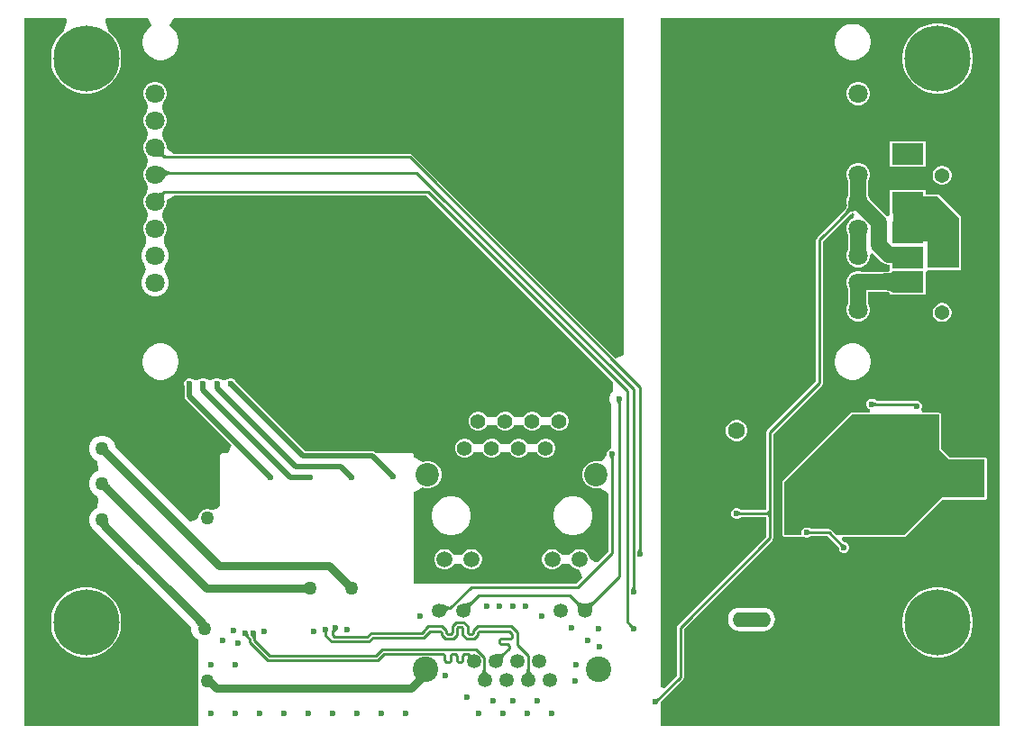
<source format=gbl>
G04*
G04 #@! TF.GenerationSoftware,Altium Limited,Altium Designer,21.9.2 (33)*
G04*
G04 Layer_Physical_Order=4*
G04 Layer_Color=16711680*
%FSLAX25Y25*%
%MOIN*%
G70*
G04*
G04 #@! TF.SameCoordinates,1A6DD151-CB10-4FFE-AF26-4EE6108A4869*
G04*
G04*
G04 #@! TF.FilePolarity,Positive*
G04*
G01*
G75*
%ADD14C,0.01000*%
%ADD15C,0.05906*%
%ADD74C,0.05906*%
%ADD76C,0.06299*%
%ADD86C,0.03150*%
%ADD88C,0.01968*%
%ADD92C,0.04724*%
%ADD93P,0.06681X4X180.0*%
%ADD94C,0.05315*%
%ADD95C,0.09449*%
%ADD96C,0.07087*%
%ADD97C,0.05400*%
%ADD98C,0.05512*%
%ADD99C,0.08661*%
%ADD100C,0.06300*%
%ADD101O,0.14173X0.05512*%
%ADD102O,0.05512X0.14173*%
%ADD103C,0.02362*%
%ADD104C,0.05000*%
%ADD105C,0.02402*%
%ADD107R,0.11811X0.07874*%
%ADD108C,0.24410*%
G36*
X222441Y138255D02*
X219531Y137050D01*
X148598Y207982D01*
Y207982D01*
X148598D01*
X144235Y212346D01*
X143809Y212630D01*
X143307Y212730D01*
X142551D01*
X56265D01*
X53465Y214450D01*
Y215590D01*
X53169Y216691D01*
X52599Y217679D01*
X52063Y218215D01*
X51917Y220020D01*
X52063Y221825D01*
X52599Y222361D01*
X53169Y223348D01*
X53465Y224450D01*
Y225590D01*
X53169Y226691D01*
X52599Y227679D01*
X52063Y228215D01*
X51917Y230020D01*
X52063Y231825D01*
X52599Y232361D01*
X53169Y233348D01*
X53465Y234450D01*
Y235590D01*
X53169Y236691D01*
X52599Y237679D01*
X51793Y238485D01*
X50805Y239055D01*
X49704Y239350D01*
X48564D01*
X47462Y239055D01*
X46475Y238485D01*
X45668Y237679D01*
X45098Y236691D01*
X44803Y235590D01*
Y234450D01*
X45098Y233348D01*
X45668Y232361D01*
X46204Y231825D01*
X46350Y230020D01*
X46204Y228215D01*
X45668Y227679D01*
X45098Y226691D01*
X44803Y225590D01*
Y224450D01*
X45098Y223348D01*
X45668Y222361D01*
X46204Y221825D01*
X46350Y220020D01*
X46204Y218215D01*
X45668Y217679D01*
X45098Y216691D01*
X44803Y215590D01*
Y214450D01*
X45098Y213348D01*
X45668Y212361D01*
X46204Y211825D01*
X46350Y210020D01*
X46204Y208215D01*
X45668Y207679D01*
X45098Y206691D01*
X44803Y205590D01*
Y204450D01*
X45098Y203348D01*
X45668Y202361D01*
X46204Y201825D01*
X46350Y200020D01*
X46204Y198215D01*
X45668Y197679D01*
X45098Y196691D01*
X44803Y195590D01*
Y194450D01*
X45098Y193348D01*
X45668Y192361D01*
X46204Y191825D01*
X46350Y190020D01*
X46204Y188215D01*
X45668Y187679D01*
X45098Y186691D01*
X44803Y185590D01*
Y184450D01*
X45098Y183348D01*
X45580Y182514D01*
X45677Y182277D01*
X45908Y179949D01*
X45409Y178533D01*
X45038Y178162D01*
X44365Y176995D01*
X44016Y175694D01*
Y174346D01*
X44365Y173044D01*
X45038Y171877D01*
X45679Y170020D01*
X45038Y168162D01*
X44365Y166995D01*
X44016Y165693D01*
Y164346D01*
X44365Y163044D01*
X45038Y161877D01*
X45991Y160924D01*
X47158Y160250D01*
X48460Y159902D01*
X49808D01*
X51109Y160250D01*
X52276Y160924D01*
X53229Y161877D01*
X53903Y163044D01*
X54252Y164346D01*
Y165693D01*
X53903Y166995D01*
X53229Y168162D01*
X52588Y170020D01*
X53229Y171877D01*
X53903Y173044D01*
X54252Y174346D01*
Y175694D01*
X53903Y176995D01*
X53229Y178162D01*
X52859Y178533D01*
X52359Y179949D01*
X52591Y182277D01*
X52688Y182514D01*
X53169Y183348D01*
X53465Y184450D01*
Y185590D01*
X53169Y186691D01*
X52599Y187679D01*
X52063Y188215D01*
X51917Y190020D01*
X52063Y191825D01*
X52599Y192361D01*
X53169Y193348D01*
X53465Y194450D01*
Y195590D01*
X56317Y197113D01*
X149456D01*
X149981Y196588D01*
X218375Y128194D01*
X218458Y127960D01*
X218584Y124840D01*
X217924Y124180D01*
X217458Y123373D01*
X217216Y122471D01*
Y121538D01*
X217458Y120637D01*
X217873Y119919D01*
Y103698D01*
X217719Y103543D01*
X217719Y103543D01*
X217160Y103312D01*
X216995Y103244D01*
Y103244D01*
X216441Y102690D01*
X216142Y101966D01*
X216142Y101966D01*
X216142Y101183D01*
X214688Y99260D01*
X214662Y99237D01*
X213648Y98825D01*
X212938Y99016D01*
X211590D01*
X210288Y98667D01*
X209121Y97993D01*
X208168Y97040D01*
X207494Y95873D01*
X207146Y94571D01*
Y93224D01*
X207494Y91922D01*
X208168Y90755D01*
X209121Y89802D01*
X210288Y89128D01*
X211590Y88779D01*
X212938D01*
X213648Y88970D01*
X215510Y88056D01*
X216798Y86968D01*
Y65504D01*
X212763Y61470D01*
X211822Y61668D01*
X209744Y62905D01*
Y63091D01*
X209489Y64042D01*
X208997Y64895D01*
X208300Y65591D01*
X207448Y66084D01*
X206496Y66339D01*
X205511D01*
X204560Y66084D01*
X203707Y65591D01*
X203035Y64944D01*
X202261Y64199D01*
X199708D01*
X198934Y64944D01*
X198261Y65591D01*
X197408Y66084D01*
X196457Y66339D01*
X195472D01*
X194521Y66084D01*
X193668Y65591D01*
X192972Y64895D01*
X192479Y64042D01*
X192224Y63091D01*
Y62106D01*
X192479Y61155D01*
X192972Y60302D01*
X193668Y59606D01*
X194521Y59113D01*
X195472Y58858D01*
X196457D01*
X197408Y59113D01*
X198261Y59606D01*
X198934Y60253D01*
X199708Y60998D01*
X202261D01*
X203035Y60253D01*
X203707Y59606D01*
X204560Y59113D01*
X205511Y58858D01*
X205697D01*
X206934Y56780D01*
X207133Y55840D01*
X204968Y53675D01*
X166053D01*
X165551Y53575D01*
X165504Y53543D01*
X144897D01*
Y87440D01*
X144981Y87544D01*
X147965Y89128D01*
X149267Y88779D01*
X150615D01*
X151917Y89128D01*
X153084Y89802D01*
X154036Y90755D01*
X154710Y91922D01*
X155059Y93224D01*
Y94571D01*
X154710Y95873D01*
X154036Y97040D01*
X153084Y97993D01*
X151917Y98667D01*
X150615Y99016D01*
X149267D01*
X147965Y98667D01*
X144981Y100251D01*
X144897Y100355D01*
Y101083D01*
X144836Y101390D01*
X144662Y101650D01*
X144402Y101824D01*
X144095Y101885D01*
X130984D01*
X130805Y102065D01*
X130219Y102456D01*
X129528Y102594D01*
X104685D01*
X81865Y125414D01*
X81865Y125414D01*
X78996Y128283D01*
X78834Y128674D01*
X78834Y128674D01*
X78406Y129102D01*
X78280Y129228D01*
X78280D01*
X77557Y129527D01*
X77557Y129528D01*
X77557Y129528D01*
X76774Y129528D01*
X76774Y129528D01*
X76050Y129228D01*
X74606Y128885D01*
X73162Y129228D01*
X73148Y129234D01*
X72439Y129528D01*
X72261Y129528D01*
X71656Y129528D01*
X71491Y129459D01*
X70932Y129228D01*
X69488Y128885D01*
X68044Y129228D01*
X68030Y129234D01*
X67321Y129528D01*
X67142Y129528D01*
X66538Y129528D01*
X66373Y129459D01*
X65814Y129228D01*
X64370Y128885D01*
X62926Y129228D01*
X62203Y129528D01*
X62203Y129528D01*
X62024D01*
X62024D01*
X61419Y129528D01*
X61419Y129528D01*
X61255Y129459D01*
X61255D01*
X60696Y129228D01*
X60696D01*
X60696Y129228D01*
X60142Y128674D01*
X60142Y128674D01*
X59843Y127951D01*
X59842Y127951D01*
X59842Y127772D01*
X59842Y127772D01*
X59842Y127168D01*
X59842Y127167D01*
X59911Y127003D01*
Y127003D01*
X60005Y126776D01*
X60005Y126365D01*
Y122835D01*
X60142Y122143D01*
X60534Y121557D01*
X77296Y104795D01*
X76090Y101885D01*
X74016D01*
X73708Y101824D01*
X73448Y101650D01*
X73274Y101390D01*
X73213Y101083D01*
Y82347D01*
X71751Y81389D01*
X70063Y80848D01*
X69773Y81016D01*
X68937Y81240D01*
X68071D01*
X67235Y81016D01*
X66485Y80583D01*
X65873Y79971D01*
X65441Y79222D01*
X65216Y78386D01*
Y77924D01*
X64230Y77162D01*
X62245Y76442D01*
X34348Y104338D01*
X34058Y105420D01*
X33418Y106529D01*
X32513Y107434D01*
X31404Y108074D01*
X30168Y108405D01*
X28887D01*
X27651Y108074D01*
X26542Y107434D01*
X25637Y106529D01*
X24997Y105420D01*
X24665Y104183D01*
Y102903D01*
X24997Y101667D01*
X25637Y100558D01*
X26542Y99653D01*
X27651Y99013D01*
X28089Y95703D01*
X27862Y95139D01*
X27651Y95082D01*
X26542Y94442D01*
X25637Y93537D01*
X24997Y92428D01*
X24665Y91191D01*
Y89911D01*
X24997Y88674D01*
X25637Y87566D01*
X26542Y86660D01*
X27651Y86020D01*
X28016Y84792D01*
X27651Y81696D01*
X26542Y81056D01*
X25637Y80151D01*
X24997Y79042D01*
X24665Y77806D01*
Y76525D01*
X24997Y75289D01*
X25637Y74180D01*
X26542Y73275D01*
X27112Y72946D01*
X27645Y72251D01*
X62461Y37435D01*
Y36368D01*
X62792Y35131D01*
X63432Y34022D01*
X64337Y33117D01*
X64961Y32757D01*
Y803D01*
X803Y803D01*
X803Y262977D01*
X16003D01*
X16390Y262463D01*
X16508Y261537D01*
X15606Y258267D01*
X15158Y257941D01*
X13712Y256495D01*
X12510Y254841D01*
X11582Y253019D01*
X10950Y251074D01*
X10630Y249054D01*
Y247009D01*
X10950Y244989D01*
X11582Y243044D01*
X12510Y241222D01*
X13712Y239568D01*
X15158Y238122D01*
X16813Y236920D01*
X18635Y235991D01*
X20580Y235359D01*
X22600Y235039D01*
X24645D01*
X26664Y235359D01*
X28609Y235991D01*
X30431Y236920D01*
X32086Y238122D01*
X33532Y239568D01*
X34734Y241222D01*
X35662Y243044D01*
X36294Y244989D01*
X36614Y247009D01*
Y249054D01*
X36294Y251074D01*
X35662Y253019D01*
X34734Y254841D01*
X33532Y256495D01*
X32086Y257941D01*
X31638Y258267D01*
X30736Y261537D01*
X30854Y262463D01*
X31241Y262977D01*
X46300D01*
X47847Y260158D01*
X47802Y259827D01*
X46915Y259234D01*
X45982Y258302D01*
X45250Y257206D01*
X44745Y255988D01*
X44488Y254695D01*
Y253376D01*
X44745Y252083D01*
X45250Y250865D01*
X45982Y249769D01*
X46915Y248837D01*
X48011Y248104D01*
X49229Y247600D01*
X50522Y247342D01*
X51840D01*
X53133Y247600D01*
X54351Y248104D01*
X55448Y248837D01*
X56380Y249769D01*
X57112Y250865D01*
X57617Y252083D01*
X57874Y253376D01*
Y254695D01*
X57617Y255988D01*
X57112Y257206D01*
X56380Y258302D01*
X55448Y259234D01*
X54560Y259827D01*
X54515Y260158D01*
X56062Y262977D01*
X222441D01*
Y138255D01*
D02*
G37*
G36*
X52505Y213856D02*
X52468Y213578D01*
X52457Y213312D01*
X52471Y213057D01*
X52510Y212814D01*
X52575Y212582D01*
X52666Y212362D01*
X52781Y212153D01*
X52923Y211956D01*
X53090Y211771D01*
X52383Y211064D01*
X52197Y211231D01*
X52000Y211372D01*
X51792Y211488D01*
X51572Y211578D01*
X51340Y211643D01*
X51097Y211683D01*
X50842Y211697D01*
X50576Y211685D01*
X50298Y211648D01*
X50008Y211586D01*
X52568Y214145D01*
X52505Y213856D01*
D02*
G37*
G36*
X51625Y207615D02*
X53269Y206643D01*
X53600Y206486D01*
X53898Y206365D01*
X54163Y206278D01*
X54397Y206226D01*
X54598Y206209D01*
X54798Y205209D01*
X54536Y205187D01*
X54272Y205123D01*
X54007Y205017D01*
X53740Y204868D01*
X53470Y204676D01*
X53200Y204442D01*
X52927Y204165D01*
X52653Y203846D01*
X52376Y203483D01*
X52098Y203079D01*
X51134Y207945D01*
X51625Y207615D01*
D02*
G37*
G36*
X52893Y198072D02*
X52743Y197908D01*
X52617Y197740D01*
X52514Y197567D01*
X52435Y197391D01*
X52380Y197210D01*
X52348Y197026D01*
X52340Y196836D01*
X52356Y196643D01*
X52396Y196446D01*
X52459Y196245D01*
X50359Y198345D01*
X50560Y198281D01*
X50757Y198242D01*
X50951Y198226D01*
X51140Y198234D01*
X51324Y198266D01*
X51505Y198321D01*
X51682Y198400D01*
X51854Y198502D01*
X52022Y198629D01*
X52186Y198779D01*
X52893Y198072D01*
D02*
G37*
G36*
X309136Y192067D02*
X308672Y192030D01*
X308568Y192007D01*
X309098Y191477D01*
X308563Y191474D01*
X307610Y191417D01*
X307192Y191363D01*
X306813Y191292D01*
X306746Y191274D01*
X306541Y191158D01*
X305939Y190758D01*
X305309Y190286D01*
X303967Y189123D01*
X303254Y188433D01*
X302547Y189140D01*
X303237Y189852D01*
X304400Y191195D01*
X304872Y191825D01*
X305272Y192427D01*
X305389Y192632D01*
X305406Y192699D01*
X305477Y193078D01*
X305531Y193496D01*
X305588Y194449D01*
X305591Y194984D01*
X306121Y194454D01*
X306144Y194558D01*
X306181Y195022D01*
X309136Y192067D01*
D02*
G37*
G36*
X346457Y188976D02*
Y170472D01*
X334646D01*
Y180315D01*
X322047D01*
Y196850D01*
X338583D01*
X346457Y188976D01*
D02*
G37*
G36*
X361402Y803D02*
X236221Y803D01*
Y9955D01*
X244235Y17969D01*
X244520Y18395D01*
X244620Y18898D01*
Y36858D01*
X277306Y69544D01*
X277591Y69970D01*
X277691Y70472D01*
Y79528D01*
Y108905D01*
X295810Y127025D01*
X296095Y127450D01*
X296195Y127953D01*
Y180224D01*
X306355Y190385D01*
X306825Y190697D01*
X306947Y190766D01*
X307091Y190793D01*
X307573Y190457D01*
X307707Y190289D01*
X307530Y189395D01*
X307398Y189018D01*
X306475Y188485D01*
X305668Y187679D01*
X305098Y186691D01*
X304803Y185590D01*
Y184450D01*
X305098Y183348D01*
X305361Y182892D01*
Y177147D01*
X305098Y176691D01*
X304803Y175590D01*
Y174450D01*
X305098Y173348D01*
X305668Y172361D01*
X306475Y171554D01*
X307462Y170984D01*
X308564Y170689D01*
X309704D01*
X310806Y170984D01*
X311793Y171554D01*
X312599Y172361D01*
X313169Y173348D01*
X313465Y174450D01*
Y175312D01*
X314173Y175751D01*
X314599Y175848D01*
X317721Y172726D01*
X318502Y172127D01*
X319412Y171750D01*
X320389Y171621D01*
X320866D01*
Y169209D01*
X320574Y169109D01*
X320166Y169018D01*
X310870D01*
X310806Y169055D01*
X309704Y169350D01*
X308564D01*
X307462Y169055D01*
X306475Y168485D01*
X305668Y167679D01*
X305098Y166691D01*
X304803Y165590D01*
Y164450D01*
X305098Y163348D01*
X305361Y162892D01*
Y157147D01*
X305098Y156691D01*
X304803Y155590D01*
Y154450D01*
X305098Y153348D01*
X305668Y152361D01*
X306475Y151554D01*
X307462Y150984D01*
X308564Y150689D01*
X309704D01*
X310806Y150984D01*
X311793Y151554D01*
X312599Y152361D01*
X313169Y153348D01*
X313465Y154450D01*
Y155590D01*
X313169Y156691D01*
X312906Y157147D01*
Y161473D01*
X320491D01*
X320602Y161453D01*
X320866Y161382D01*
Y160630D01*
X334252D01*
Y168544D01*
X334646Y169670D01*
X346457D01*
X346764Y169731D01*
X347024Y169905D01*
X347198Y170165D01*
X347259Y170472D01*
Y188976D01*
X347198Y189284D01*
X347024Y189544D01*
X339150Y197418D01*
X338890Y197592D01*
X338583Y197653D01*
X334252D01*
Y199213D01*
X320866D01*
Y190072D01*
X319769Y189561D01*
X319597Y189786D01*
X313345Y196038D01*
X313169Y196691D01*
X312906Y197147D01*
Y202892D01*
X313169Y203348D01*
X313465Y204450D01*
Y205590D01*
X313169Y206691D01*
X312599Y207679D01*
X311793Y208485D01*
X310806Y209055D01*
X309704Y209350D01*
X308564D01*
X307462Y209055D01*
X306475Y208485D01*
X305668Y207679D01*
X305098Y206691D01*
X304803Y205590D01*
Y204450D01*
X305098Y203348D01*
X305361Y202892D01*
Y197147D01*
X305098Y196691D01*
X304803Y195590D01*
Y194450D01*
X305001Y193709D01*
X304992Y193547D01*
X304942Y193163D01*
X304880Y192833D01*
X304811Y192710D01*
X304499Y192241D01*
X293954Y181696D01*
X293669Y181270D01*
X293569Y180768D01*
Y128497D01*
X275450Y110377D01*
X275165Y109951D01*
X275065Y109449D01*
Y80840D01*
X265645D01*
X265288Y81196D01*
X264565Y81496D01*
X263782D01*
X263058Y81196D01*
X262504Y80643D01*
X262205Y79919D01*
Y79136D01*
X262504Y78412D01*
X263058Y77859D01*
X263782Y77559D01*
X264565D01*
X265288Y77859D01*
X265645Y78215D01*
X275065D01*
Y71016D01*
X242379Y38330D01*
X242094Y37904D01*
X241995Y37402D01*
Y19441D01*
X237312Y14759D01*
X236221Y15211D01*
Y262977D01*
X361402D01*
X361402Y803D01*
D02*
G37*
G36*
X321666Y161429D02*
X321606Y161593D01*
X321429Y161740D01*
X321134Y161870D01*
X320721Y161982D01*
X320189Y162077D01*
X319540Y162155D01*
X317886Y162258D01*
X315760Y162293D01*
Y168199D01*
X316882Y168209D01*
X320189Y168469D01*
X320721Y168588D01*
X321134Y168728D01*
X321429Y168890D01*
X321606Y169074D01*
X321666Y169279D01*
Y161429D01*
D02*
G37*
G36*
X221525Y121094D02*
X221469Y121021D01*
X221420Y120943D01*
X221377Y120858D01*
X221341Y120767D01*
X221312Y120671D01*
X221289Y120569D01*
X221273Y120460D01*
X221263Y120346D01*
X221260Y120226D01*
X220260D01*
X220257Y120346D01*
X220247Y120460D01*
X220230Y120569D01*
X220208Y120671D01*
X220178Y120767D01*
X220142Y120858D01*
X220100Y120943D01*
X220051Y121021D01*
X219995Y121094D01*
X219933Y121161D01*
X221587D01*
X221525Y121094D01*
D02*
G37*
G36*
X32037Y103461D02*
X32068Y103388D01*
X32121Y103299D01*
X32194Y103193D01*
X32288Y103072D01*
X32540Y102781D01*
X33075Y102223D01*
X30848Y99996D01*
X30646Y100196D01*
X29877Y100877D01*
X29772Y100950D01*
X29683Y101002D01*
X29610Y101033D01*
X29553Y101043D01*
X32027Y103518D01*
X32037Y103461D01*
D02*
G37*
G36*
X218875Y100664D02*
X218819Y100591D01*
X218770Y100513D01*
X218728Y100428D01*
X218692Y100337D01*
X218663Y100241D01*
X218640Y100138D01*
X218623Y100030D01*
X218614Y99916D01*
X218610Y99796D01*
X217610D01*
X217607Y99916D01*
X217597Y100030D01*
X217581Y100138D01*
X217558Y100241D01*
X217529Y100337D01*
X217493Y100428D01*
X217450Y100513D01*
X217401Y100591D01*
X217346Y100664D01*
X217284Y100731D01*
X218937D01*
X218875Y100664D01*
D02*
G37*
G36*
X32037Y90469D02*
X32068Y90396D01*
X32121Y90307D01*
X32194Y90201D01*
X32288Y90080D01*
X32540Y89789D01*
X33075Y89231D01*
X30848Y87004D01*
X30646Y87203D01*
X29877Y87885D01*
X29772Y87958D01*
X29683Y88010D01*
X29610Y88041D01*
X29553Y88051D01*
X32027Y90526D01*
X32037Y90469D01*
D02*
G37*
G36*
X265084Y80292D02*
X265157Y80237D01*
X265235Y80188D01*
X265320Y80145D01*
X265411Y80109D01*
X265507Y80080D01*
X265610Y80057D01*
X265718Y80041D01*
X265832Y80031D01*
X265952Y80028D01*
Y79028D01*
X265832Y79024D01*
X265718Y79014D01*
X265610Y78998D01*
X265507Y78975D01*
X265411Y78946D01*
X265320Y78910D01*
X265235Y78867D01*
X265157Y78818D01*
X265084Y78763D01*
X265017Y78701D01*
Y80354D01*
X265084Y80292D01*
D02*
G37*
G36*
X276878Y79528D02*
X275878Y78028D01*
X275868Y78218D01*
X275838Y78388D01*
X275788Y78538D01*
X275718Y78668D01*
X275628Y78778D01*
X275518Y78868D01*
X275388Y78938D01*
X275238Y78988D01*
X275068Y79018D01*
X274878Y79028D01*
Y80028D01*
X275068Y80038D01*
X275238Y80068D01*
X275388Y80118D01*
X275518Y80188D01*
X275628Y80278D01*
X275718Y80388D01*
X275788Y80518D01*
X275838Y80668D01*
X275868Y80838D01*
X275878Y81028D01*
X276878Y79528D01*
D02*
G37*
G36*
X31863Y76235D02*
X31874Y76148D01*
X31909Y76047D01*
X31966Y75932D01*
X32047Y75802D01*
X32151Y75659D01*
X32429Y75327D01*
X32800Y74939D01*
X30550Y72734D01*
X28716Y74801D01*
X31876Y76307D01*
X31863Y76235D01*
D02*
G37*
G36*
X228850Y66226D02*
X228859Y66111D01*
X228876Y66003D01*
X228899Y65901D01*
X228928Y65804D01*
X228964Y65714D01*
X229007Y65629D01*
X229056Y65550D01*
X229111Y65477D01*
X229173Y65410D01*
X227520D01*
X227582Y65477D01*
X227637Y65550D01*
X227686Y65629D01*
X227729Y65714D01*
X227765Y65804D01*
X227794Y65901D01*
X227817Y66003D01*
X227833Y66111D01*
X227843Y66226D01*
X227847Y66346D01*
X228847D01*
X228850Y66226D01*
D02*
G37*
G36*
X226488Y52380D02*
X226499Y52267D01*
X226518Y52161D01*
X226544Y52062D01*
X226577Y51970D01*
X226618Y51886D01*
X226667Y51809D01*
X226723Y51739D01*
X226786Y51677D01*
X226857Y51622D01*
X225227Y51339D01*
X225276Y51413D01*
X225320Y51492D01*
X225358Y51577D01*
X225392Y51666D01*
X225420Y51760D01*
X225443Y51859D01*
X225461Y51964D01*
X225474Y52074D01*
X225484Y52308D01*
X226484Y52501D01*
X226488Y52380D01*
D02*
G37*
G36*
X211437Y46320D02*
X211306Y46170D01*
X211190Y45996D01*
X211087Y45798D01*
X210999Y45575D01*
X210925Y45328D01*
X210865Y45057D01*
X210820Y44761D01*
X210788Y44441D01*
X210768Y43727D01*
X208137Y46358D01*
X208506Y46361D01*
X209170Y46410D01*
X209466Y46456D01*
X209737Y46516D01*
X209984Y46590D01*
X210207Y46678D01*
X210406Y46780D01*
X210580Y46897D01*
X210730Y47027D01*
X211437Y46320D01*
D02*
G37*
G36*
X205641Y46897D02*
X205815Y46780D01*
X206013Y46678D01*
X206236Y46590D01*
X206483Y46516D01*
X206755Y46456D01*
X207050Y46410D01*
X207370Y46379D01*
X208084Y46358D01*
X205453Y43727D01*
X205450Y44096D01*
X205401Y44761D01*
X205355Y45057D01*
X205295Y45328D01*
X205221Y45575D01*
X205133Y45798D01*
X205031Y45996D01*
X204914Y46170D01*
X204784Y46320D01*
X205491Y47027D01*
X205641Y46897D01*
D02*
G37*
G36*
X166437Y46320D02*
X166306Y46170D01*
X166190Y45996D01*
X166087Y45798D01*
X165999Y45575D01*
X165925Y45328D01*
X165866Y45057D01*
X165820Y44761D01*
X165788Y44441D01*
X165768Y43727D01*
X163137Y46358D01*
X163506Y46361D01*
X164170Y46410D01*
X164466Y46456D01*
X164737Y46516D01*
X164985Y46590D01*
X165207Y46678D01*
X165406Y46780D01*
X165580Y46897D01*
X165730Y47027D01*
X166437Y46320D01*
D02*
G37*
G36*
X155676Y45884D02*
X157222Y45226D01*
X157449Y45155D01*
X157650Y45105D01*
X157824Y45074D01*
X157970Y45064D01*
X158255Y44064D01*
X158050Y44049D01*
X157851Y44004D01*
X157658Y43929D01*
X157472Y43823D01*
X157293Y43688D01*
X157120Y43522D01*
X156954Y43326D01*
X156794Y43100D01*
X156641Y42844D01*
X156494Y42558D01*
X155285Y46077D01*
X155676Y45884D01*
D02*
G37*
G36*
X68134Y39373D02*
X64975Y37867D01*
X64987Y37939D01*
X64976Y38025D01*
X64942Y38126D01*
X64884Y38241D01*
X64803Y38371D01*
X64699Y38515D01*
X64421Y38846D01*
X64051Y39234D01*
X66300Y41439D01*
X68134Y39373D01*
D02*
G37*
G36*
X225369Y38399D02*
X225457Y38325D01*
X225545Y38260D01*
X225634Y38204D01*
X225723Y38156D01*
X225812Y38118D01*
X225902Y38088D01*
X225992Y38067D01*
X226083Y38055D01*
X226174Y38051D01*
X225005Y36882D01*
X225002Y36973D01*
X224989Y37064D01*
X224968Y37154D01*
X224939Y37244D01*
X224900Y37334D01*
X224852Y37423D01*
X224796Y37511D01*
X224731Y37599D01*
X224658Y37687D01*
X224575Y37774D01*
X225282Y38481D01*
X225369Y38399D01*
D02*
G37*
G36*
X116149Y36046D02*
X116065Y36024D01*
X115981Y35996D01*
X115897Y35961D01*
X115812Y35918D01*
X115727Y35870D01*
X115642Y35814D01*
X115556Y35751D01*
X115384Y35605D01*
X115298Y35522D01*
X114412Y36050D01*
X114495Y36139D01*
X114567Y36227D01*
X114628Y36315D01*
X114678Y36403D01*
X114717Y36491D01*
X114746Y36578D01*
X114763Y36666D01*
X114770Y36753D01*
X114766Y36841D01*
X114751Y36928D01*
X116149Y36046D01*
D02*
G37*
G36*
X112949Y35985D02*
X112909Y35906D01*
X112874Y35821D01*
X112844Y35732D01*
X112819Y35637D01*
X112798Y35537D01*
X112782Y35432D01*
X112763Y35208D01*
X112761Y35088D01*
X111761Y34835D01*
X111757Y34956D01*
X111745Y35069D01*
X111726Y35175D01*
X111700Y35272D01*
X111665Y35362D01*
X111624Y35444D01*
X111574Y35519D01*
X111517Y35585D01*
X111452Y35644D01*
X111380Y35695D01*
X112993Y36060D01*
X112949Y35985D01*
D02*
G37*
G36*
X83734Y34741D02*
X83730Y34653D01*
X83736Y34566D01*
X83754Y34478D01*
X83783Y34391D01*
X83822Y34303D01*
X83872Y34215D01*
X83933Y34127D01*
X84005Y34039D01*
X84088Y33950D01*
X83202Y33422D01*
X83116Y33505D01*
X82944Y33651D01*
X82858Y33714D01*
X82773Y33770D01*
X82688Y33818D01*
X82603Y33860D01*
X82519Y33896D01*
X82435Y33924D01*
X82351Y33946D01*
X83749Y34828D01*
X83734Y34741D01*
D02*
G37*
G36*
X86411Y34385D02*
X86371Y34306D01*
X86336Y34221D01*
X86306Y34132D01*
X86281Y34037D01*
X86260Y33937D01*
X86244Y33832D01*
X86225Y33608D01*
X86223Y33488D01*
X85223Y33235D01*
X85219Y33356D01*
X85208Y33469D01*
X85189Y33575D01*
X85162Y33672D01*
X85128Y33762D01*
X85086Y33844D01*
X85036Y33919D01*
X84979Y33985D01*
X84914Y34044D01*
X84842Y34095D01*
X86455Y34460D01*
X86411Y34385D01*
D02*
G37*
G36*
X165217Y27723D02*
X165350Y27613D01*
X165482Y27520D01*
X165614Y27443D01*
X165744Y27384D01*
X165873Y27340D01*
X166001Y27314D01*
X166128Y27305D01*
X166254Y27312D01*
X166378Y27336D01*
X164684Y25979D01*
X164733Y26092D01*
X164764Y26206D01*
X164778Y26321D01*
X164774Y26436D01*
X164752Y26552D01*
X164712Y26669D01*
X164654Y26786D01*
X164579Y26904D01*
X164486Y27023D01*
X164375Y27143D01*
X165082Y27850D01*
X165217Y27723D01*
D02*
G37*
G36*
X178405Y27383D02*
X178275Y27233D01*
X178158Y27059D01*
X178056Y26861D01*
X177968Y26638D01*
X177894Y26391D01*
X177834Y26120D01*
X177788Y25824D01*
X177757Y25504D01*
X177736Y24790D01*
X175105Y27421D01*
X175474Y27424D01*
X176139Y27473D01*
X176434Y27519D01*
X176706Y27579D01*
X176953Y27653D01*
X177176Y27741D01*
X177374Y27843D01*
X177548Y27960D01*
X177698Y28090D01*
X178405Y27383D01*
D02*
G37*
G36*
X187640Y21762D02*
X187680Y21557D01*
X187748Y21344D01*
X187844Y21124D01*
X187966Y20897D01*
X188116Y20663D01*
X188293Y20421D01*
X188496Y20173D01*
X188986Y19654D01*
X185266D01*
X185524Y19917D01*
X185959Y20421D01*
X186136Y20663D01*
X186286Y20897D01*
X186408Y21124D01*
X186504Y21344D01*
X186572Y21557D01*
X186612Y21762D01*
X186626Y21960D01*
X187626D01*
X187640Y21762D01*
D02*
G37*
G36*
X171323Y21791D02*
X171366Y21582D01*
X171437Y21371D01*
X171537Y21158D01*
X171665Y20942D01*
X171821Y20723D01*
X172006Y20502D01*
X172220Y20278D01*
X172462Y20052D01*
X172733Y19823D01*
X169030Y19467D01*
X169273Y19765D01*
X169682Y20324D01*
X169848Y20586D01*
X169989Y20835D01*
X170104Y21072D01*
X170194Y21297D01*
X170257Y21509D01*
X170296Y21710D01*
X170309Y21899D01*
X171309Y21996D01*
X171323Y21791D01*
D02*
G37*
G36*
X235863Y10747D02*
X235781Y10660D01*
X235707Y10572D01*
X235642Y10484D01*
X235586Y10395D01*
X235538Y10306D01*
X235500Y10217D01*
X235470Y10127D01*
X235449Y10036D01*
X235437Y9946D01*
X235433Y9854D01*
X234264Y11024D01*
X234355Y11027D01*
X234446Y11039D01*
X234536Y11060D01*
X234626Y11090D01*
X234716Y11129D01*
X234805Y11176D01*
X234893Y11232D01*
X234981Y11298D01*
X235069Y11371D01*
X235156Y11454D01*
X235863Y10747D01*
D02*
G37*
%LPC*%
G36*
X51840Y142421D02*
X50522D01*
X49229Y142164D01*
X48011Y141659D01*
X46915Y140927D01*
X45982Y139995D01*
X45250Y138899D01*
X44745Y137681D01*
X44488Y136388D01*
Y135069D01*
X44745Y133776D01*
X45250Y132558D01*
X45982Y131462D01*
X46915Y130530D01*
X48011Y129797D01*
X49229Y129293D01*
X50522Y129035D01*
X51840D01*
X53133Y129293D01*
X54351Y129797D01*
X55448Y130530D01*
X56380Y131462D01*
X57112Y132558D01*
X57617Y133776D01*
X57874Y135069D01*
Y136388D01*
X57617Y137681D01*
X57112Y138899D01*
X56380Y139995D01*
X55448Y140927D01*
X54351Y141659D01*
X53133Y142164D01*
X51840Y142421D01*
D02*
G37*
G36*
X199068Y117283D02*
X198136D01*
X197234Y117042D01*
X196426Y116576D01*
X195767Y115916D01*
X195564Y115565D01*
X195564Y115565D01*
X195351Y115298D01*
X194723Y115164D01*
X192481D01*
X191853Y115298D01*
X191640Y115565D01*
X191640Y115565D01*
X191437Y115916D01*
X190778Y116576D01*
X189970Y117042D01*
X189068Y117283D01*
X188136D01*
X187234Y117042D01*
X186426Y116576D01*
X185767Y115916D01*
X185564Y115565D01*
X185564Y115565D01*
X185351Y115298D01*
X184723Y115164D01*
X182481D01*
X181905Y115287D01*
X181438Y115916D01*
X180778Y116575D01*
X180778Y116576D01*
X179970Y117042D01*
X179970Y117042D01*
X179586Y117145D01*
X179069Y117283D01*
X178136D01*
X177235Y117042D01*
X176427Y116576D01*
X175767Y115916D01*
X175565Y115565D01*
X175565Y115565D01*
X175351Y115298D01*
X174723Y115164D01*
X172481D01*
X171853Y115298D01*
X171640Y115565D01*
X171640Y115565D01*
X171437Y115916D01*
X170778Y116576D01*
X169970Y117042D01*
X169069Y117283D01*
X168136D01*
X167234Y117042D01*
X166426Y116576D01*
X165767Y115916D01*
X165300Y115108D01*
X165059Y114207D01*
Y113274D01*
X165300Y112373D01*
X165767Y111565D01*
X166426Y110905D01*
X167234Y110438D01*
X168136Y110197D01*
X169069D01*
X169970Y110438D01*
X170778Y110905D01*
X171437Y111565D01*
X171640Y111915D01*
X171640Y111915D01*
X171853Y112182D01*
X172481Y112316D01*
X174723D01*
X175300Y112193D01*
X175767Y111565D01*
X176427Y110905D01*
X176427Y110905D01*
X177235Y110438D01*
X177235Y110438D01*
X177619Y110335D01*
X178136Y110197D01*
X179069D01*
X179970Y110438D01*
X180778Y110905D01*
X181438Y111565D01*
X181640Y111915D01*
X181640Y111916D01*
X181853Y112183D01*
X182481Y112316D01*
X184723D01*
X185351Y112183D01*
X185564Y111916D01*
X185564Y111915D01*
X185767Y111565D01*
X186426Y110905D01*
X187234Y110438D01*
X188136Y110197D01*
X189068D01*
X189970Y110438D01*
X189970Y110438D01*
X190778Y110905D01*
X190778Y110905D01*
X191437Y111565D01*
X191905Y112194D01*
X192481Y112316D01*
X194723D01*
X195351Y112182D01*
X195564Y111915D01*
X195564Y111915D01*
X195767Y111565D01*
X196426Y110905D01*
X197234Y110438D01*
X198136Y110197D01*
X199068D01*
X199970Y110438D01*
X200778Y110905D01*
X201437Y111565D01*
X201904Y112373D01*
X202145Y113274D01*
Y114207D01*
X201904Y115108D01*
X201437Y115916D01*
X200778Y116576D01*
X199970Y117042D01*
X199068Y117283D01*
D02*
G37*
G36*
X194069Y107283D02*
X193136D01*
X192234Y107042D01*
X191426Y106576D01*
X190767Y105916D01*
X190564Y105565D01*
X190564Y105565D01*
X190351Y105298D01*
X189723Y105164D01*
X187481D01*
X186853Y105298D01*
X186640Y105565D01*
X186640Y105565D01*
X186437Y105916D01*
X185778Y106576D01*
X184970Y107042D01*
X184069Y107283D01*
X183136D01*
X182234Y107042D01*
X181426Y106576D01*
X180767Y105916D01*
X180564Y105565D01*
X180564Y105565D01*
X180351Y105298D01*
X179723Y105164D01*
X177481D01*
X176905Y105287D01*
X176437Y105916D01*
X175778Y106575D01*
X175778Y106576D01*
X174970Y107042D01*
X174970Y107042D01*
X174585Y107145D01*
X174068Y107283D01*
X173136D01*
X172234Y107042D01*
X171426Y106576D01*
X170767Y105916D01*
X170564Y105565D01*
X170564Y105565D01*
X170351Y105298D01*
X169723Y105164D01*
X167481D01*
X166853Y105298D01*
X166640Y105565D01*
X166640Y105565D01*
X166437Y105916D01*
X165778Y106576D01*
X164970Y107042D01*
X164068Y107283D01*
X163136D01*
X162234Y107042D01*
X161426Y106576D01*
X160767Y105916D01*
X160300Y105108D01*
X160059Y104207D01*
Y103274D01*
X160300Y102373D01*
X160767Y101565D01*
X161426Y100905D01*
X162234Y100438D01*
X163136Y100197D01*
X164068D01*
X164970Y100438D01*
X165778Y100905D01*
X166437Y101565D01*
X166640Y101915D01*
X166640Y101915D01*
X166853Y102182D01*
X167481Y102316D01*
X169723D01*
X170351Y102182D01*
X170564Y101915D01*
X170564Y101915D01*
X170767Y101565D01*
X171426Y100905D01*
X172234Y100438D01*
X173136Y100197D01*
X174068D01*
X174970Y100438D01*
X175778Y100905D01*
X176437Y101565D01*
X176640Y101915D01*
X176640Y101915D01*
X176853Y102182D01*
X177481Y102316D01*
X179723D01*
X180299Y102193D01*
X180767Y101565D01*
X181426Y100905D01*
X181426Y100905D01*
X182234Y100438D01*
X182234Y100438D01*
X182619Y100335D01*
X183136Y100197D01*
X184069D01*
X184970Y100438D01*
X185778Y100905D01*
X186437Y101565D01*
X186640Y101915D01*
X186640Y101915D01*
X186853Y102182D01*
X187481Y102316D01*
X189723D01*
X190351Y102182D01*
X190564Y101915D01*
X190564Y101915D01*
X190767Y101565D01*
X191426Y100905D01*
X192234Y100438D01*
X193136Y100197D01*
X194069D01*
X194970Y100438D01*
X195778Y100905D01*
X196437Y101565D01*
X196904Y102373D01*
X197145Y103274D01*
Y104207D01*
X196904Y105108D01*
X196437Y105916D01*
X195778Y106576D01*
X194970Y107042D01*
X194069Y107283D01*
D02*
G37*
G36*
X204310Y85925D02*
X202895D01*
X201507Y85649D01*
X200199Y85107D01*
X199022Y84321D01*
X198021Y83320D01*
X197235Y82143D01*
X196693Y80836D01*
X196417Y79448D01*
Y78032D01*
X196693Y76644D01*
X197235Y75337D01*
X198021Y74160D01*
X199022Y73159D01*
X200199Y72373D01*
X201507Y71831D01*
X202895Y71555D01*
X204310D01*
X205698Y71831D01*
X207006Y72373D01*
X208183Y73159D01*
X209183Y74160D01*
X209970Y75337D01*
X210511Y76644D01*
X210787Y78032D01*
Y79448D01*
X210511Y80836D01*
X209970Y82143D01*
X209183Y83320D01*
X208183Y84321D01*
X207006Y85107D01*
X205698Y85649D01*
X204310Y85925D01*
D02*
G37*
G36*
X159310D02*
X157895D01*
X156507Y85649D01*
X155199Y85107D01*
X154022Y84321D01*
X153021Y83320D01*
X152235Y82143D01*
X151693Y80836D01*
X151417Y79448D01*
Y78032D01*
X151693Y76644D01*
X152235Y75337D01*
X153021Y74160D01*
X154022Y73159D01*
X155199Y72373D01*
X156507Y71831D01*
X157895Y71555D01*
X159310D01*
X160698Y71831D01*
X162006Y72373D01*
X163183Y73159D01*
X164183Y74160D01*
X164970Y75337D01*
X165511Y76644D01*
X165787Y78032D01*
Y79448D01*
X165511Y80836D01*
X164970Y82143D01*
X164183Y83320D01*
X163183Y84321D01*
X162006Y85107D01*
X160698Y85649D01*
X159310Y85925D01*
D02*
G37*
G36*
X166733Y66339D02*
X165748D01*
X164796Y66084D01*
X163944Y65591D01*
X163271Y64944D01*
X162497Y64199D01*
X159944D01*
X159170Y64944D01*
X158497Y65591D01*
X157644Y66084D01*
X156693Y66339D01*
X155708D01*
X154757Y66084D01*
X153904Y65591D01*
X153208Y64895D01*
X152716Y64042D01*
X152461Y63091D01*
Y62106D01*
X152716Y61155D01*
X153208Y60302D01*
X153904Y59606D01*
X154757Y59113D01*
X155708Y58858D01*
X156693D01*
X157644Y59113D01*
X158497Y59606D01*
X159170Y60253D01*
X159944Y60998D01*
X162497D01*
X163271Y60253D01*
X163944Y59606D01*
X164796Y59113D01*
X165748Y58858D01*
X166733D01*
X167684Y59113D01*
X168537Y59606D01*
X169233Y60302D01*
X169725Y61155D01*
X169980Y62106D01*
Y63091D01*
X169725Y64042D01*
X169233Y64895D01*
X168537Y65591D01*
X167684Y66084D01*
X166733Y66339D01*
D02*
G37*
G36*
X24645Y52362D02*
X22600D01*
X20580Y52042D01*
X18635Y51410D01*
X16813Y50482D01*
X15158Y49280D01*
X13712Y47834D01*
X12510Y46179D01*
X11582Y44357D01*
X10950Y42412D01*
X10630Y40393D01*
Y38348D01*
X10950Y36328D01*
X11582Y34383D01*
X12510Y32561D01*
X13712Y30906D01*
X15158Y29460D01*
X16813Y28258D01*
X18635Y27330D01*
X20580Y26698D01*
X22600Y26378D01*
X24645D01*
X26664Y26698D01*
X28609Y27330D01*
X30431Y28258D01*
X32086Y29460D01*
X33532Y30906D01*
X34734Y32561D01*
X35662Y34383D01*
X36294Y36328D01*
X36614Y38348D01*
Y40393D01*
X36294Y42412D01*
X35662Y44357D01*
X34734Y46179D01*
X33532Y47834D01*
X32086Y49280D01*
X30431Y50482D01*
X28609Y51410D01*
X26664Y52042D01*
X24645Y52362D01*
D02*
G37*
G36*
X307746Y260728D02*
X306427D01*
X305134Y260471D01*
X303916Y259967D01*
X302820Y259234D01*
X301888Y258302D01*
X301155Y257206D01*
X300651Y255988D01*
X300394Y254695D01*
Y253376D01*
X300651Y252083D01*
X301155Y250865D01*
X301888Y249769D01*
X302820Y248837D01*
X303916Y248104D01*
X305134Y247600D01*
X306427Y247342D01*
X307746D01*
X309039Y247600D01*
X310257Y248104D01*
X311353Y248837D01*
X312285Y249769D01*
X313018Y250865D01*
X313522Y252083D01*
X313779Y253376D01*
Y254695D01*
X313522Y255988D01*
X313018Y257206D01*
X312285Y258302D01*
X311353Y259234D01*
X310257Y259967D01*
X309039Y260471D01*
X307746Y260728D01*
D02*
G37*
G36*
X339605Y261024D02*
X337560D01*
X335540Y260704D01*
X333595Y260072D01*
X331773Y259143D01*
X330119Y257941D01*
X328673Y256495D01*
X327471Y254841D01*
X326542Y253019D01*
X325910Y251074D01*
X325591Y249054D01*
Y247009D01*
X325910Y244989D01*
X326542Y243044D01*
X327471Y241222D01*
X328673Y239568D01*
X330119Y238122D01*
X331773Y236920D01*
X333595Y235991D01*
X335540Y235359D01*
X337560Y235039D01*
X339605D01*
X341625Y235359D01*
X343570Y235991D01*
X345392Y236920D01*
X347046Y238122D01*
X348493Y239568D01*
X349694Y241222D01*
X350623Y243044D01*
X351255Y244989D01*
X351575Y247009D01*
Y249054D01*
X351255Y251074D01*
X350623Y253019D01*
X349694Y254841D01*
X348493Y256495D01*
X347046Y257941D01*
X345392Y259143D01*
X343570Y260072D01*
X341625Y260704D01*
X339605Y261024D01*
D02*
G37*
G36*
X309704Y239350D02*
X308564D01*
X307462Y239055D01*
X306475Y238485D01*
X305668Y237679D01*
X305098Y236691D01*
X304803Y235590D01*
Y234450D01*
X305098Y233348D01*
X305668Y232361D01*
X306475Y231554D01*
X307462Y230984D01*
X308564Y230689D01*
X309704D01*
X310806Y230984D01*
X311793Y231554D01*
X312599Y232361D01*
X313169Y233348D01*
X313465Y234450D01*
Y235590D01*
X313169Y236691D01*
X312599Y237679D01*
X311793Y238485D01*
X310806Y239055D01*
X309704Y239350D01*
D02*
G37*
G36*
X334252Y217323D02*
X320866D01*
Y207874D01*
X334252D01*
Y217323D01*
D02*
G37*
G36*
X340617Y208212D02*
X339698D01*
X338811Y207974D01*
X338016Y207515D01*
X337367Y206866D01*
X336908Y206070D01*
X336670Y205184D01*
Y204265D01*
X336908Y203378D01*
X337367Y202583D01*
X338016Y201934D01*
X338811Y201475D01*
X339698Y201237D01*
X340617D01*
X341504Y201475D01*
X342299Y201934D01*
X342948Y202583D01*
X343407Y203378D01*
X343645Y204265D01*
Y205184D01*
X343407Y206070D01*
X342948Y206866D01*
X342299Y207515D01*
X341504Y207974D01*
X340617Y208212D01*
D02*
G37*
G36*
Y157424D02*
X339698D01*
X338811Y157187D01*
X338016Y156728D01*
X337367Y156078D01*
X336908Y155283D01*
X336670Y154396D01*
Y153478D01*
X336908Y152591D01*
X337367Y151796D01*
X338016Y151146D01*
X338811Y150687D01*
X339698Y150450D01*
X340617D01*
X341504Y150687D01*
X342299Y151146D01*
X342948Y151796D01*
X343407Y152591D01*
X343645Y153478D01*
Y154396D01*
X343407Y155283D01*
X342948Y156078D01*
X342299Y156728D01*
X341504Y157187D01*
X340617Y157424D01*
D02*
G37*
G36*
X307746Y142421D02*
X306427D01*
X305134Y142164D01*
X303916Y141659D01*
X302820Y140927D01*
X301888Y139995D01*
X301155Y138899D01*
X300651Y137681D01*
X300394Y136388D01*
Y135069D01*
X300651Y133776D01*
X301155Y132558D01*
X301888Y131462D01*
X302820Y130530D01*
X303916Y129797D01*
X305134Y129293D01*
X306427Y129035D01*
X307746D01*
X309039Y129293D01*
X310257Y129797D01*
X311353Y130530D01*
X312285Y131462D01*
X313018Y132558D01*
X313522Y133776D01*
X313779Y135069D01*
Y136388D01*
X313522Y137681D01*
X313018Y138899D01*
X312285Y139995D01*
X311353Y140927D01*
X310257Y141659D01*
X309039Y142164D01*
X307746Y142421D01*
D02*
G37*
G36*
X314565Y122047D02*
X313782D01*
X313058Y121748D01*
X312504Y121194D01*
X312205Y120470D01*
Y119687D01*
X312504Y118964D01*
X313058Y118410D01*
X313470Y118239D01*
X313523Y117019D01*
X313420Y116945D01*
X306693D01*
X306693Y116945D01*
X306386Y116883D01*
X306125Y116709D01*
X306125Y116709D01*
X281322Y91906D01*
X281148Y91646D01*
X281087Y91339D01*
X281087Y71653D01*
X281148Y71346D01*
X281322Y71086D01*
X281582Y70912D01*
X281890Y70851D01*
X287925D01*
X288002Y70866D01*
X288081D01*
X288154Y70896D01*
X288232Y70912D01*
X288298Y70956D01*
X288370Y70986D01*
X288426Y71042D01*
X288492Y71086D01*
X289042Y70772D01*
X289766Y70472D01*
X290549D01*
X291273Y70772D01*
X291629Y71128D01*
X297882D01*
X301969Y67041D01*
Y66538D01*
X302268Y65814D01*
X302822Y65260D01*
X303545Y64961D01*
X304329D01*
X305052Y65260D01*
X305606Y65814D01*
X305906Y66538D01*
Y67321D01*
X305606Y68044D01*
X305052Y68598D01*
X304329Y68898D01*
X303825D01*
X302963Y69760D01*
X303415Y70851D01*
X326378D01*
X326378Y70851D01*
X326685Y70912D01*
X326946Y71086D01*
X340490Y84630D01*
X355906D01*
X356213Y84691D01*
X356473Y84865D01*
X356647Y85126D01*
X356708Y85433D01*
Y99606D01*
X356647Y99914D01*
X356473Y100174D01*
X356213Y100348D01*
X355906Y100409D01*
X342852D01*
X339779Y103482D01*
Y116142D01*
X339718Y116449D01*
X339544Y116709D01*
X339284Y116883D01*
X338976Y116945D01*
X332816D01*
X332327Y118126D01*
X332378Y118176D01*
X332677Y118900D01*
Y119683D01*
X332378Y120406D01*
X331824Y120960D01*
X331100Y121260D01*
X330317D01*
X330185Y121205D01*
X330055Y121291D01*
X329553Y121391D01*
X315645D01*
X315288Y121748D01*
X314565Y122047D01*
D02*
G37*
G36*
X264692Y114173D02*
X263655D01*
X262654Y113905D01*
X261756Y113387D01*
X261023Y112654D01*
X260505Y111756D01*
X260236Y110755D01*
Y109718D01*
X260505Y108717D01*
X261023Y107819D01*
X261756Y107086D01*
X262654Y106568D01*
X263655Y106299D01*
X264692D01*
X265693Y106568D01*
X266591Y107086D01*
X267324Y107819D01*
X267842Y108717D01*
X268110Y109718D01*
Y110755D01*
X267842Y111756D01*
X267324Y112654D01*
X266591Y113387D01*
X265693Y113905D01*
X264692Y114173D01*
D02*
G37*
G36*
X274016Y44722D02*
X265354D01*
X264224Y44574D01*
X263170Y44137D01*
X262266Y43443D01*
X261572Y42538D01*
X261135Y41485D01*
X260986Y40354D01*
X261135Y39224D01*
X261572Y38170D01*
X262266Y37266D01*
X263170Y36571D01*
X264224Y36135D01*
X265354Y35986D01*
X274016D01*
X275146Y36135D01*
X276200Y36571D01*
X277104Y37266D01*
X277799Y38170D01*
X278235Y39224D01*
X278384Y40354D01*
X278235Y41485D01*
X277799Y42538D01*
X277104Y43443D01*
X276200Y44137D01*
X275146Y44574D01*
X274016Y44722D01*
D02*
G37*
G36*
X339605Y52362D02*
X337560D01*
X335540Y52042D01*
X333595Y51410D01*
X331773Y50482D01*
X330119Y49280D01*
X328673Y47834D01*
X327471Y46179D01*
X326542Y44357D01*
X325910Y42412D01*
X325591Y40393D01*
Y38348D01*
X325910Y36328D01*
X326542Y34383D01*
X327471Y32561D01*
X328673Y30906D01*
X330119Y29460D01*
X331773Y28258D01*
X333595Y27330D01*
X335540Y26698D01*
X337560Y26378D01*
X339605D01*
X341625Y26698D01*
X343570Y27330D01*
X345392Y28258D01*
X347046Y29460D01*
X348493Y30906D01*
X349694Y32561D01*
X350623Y34383D01*
X351255Y36328D01*
X351575Y38348D01*
Y40393D01*
X351255Y42412D01*
X350623Y44357D01*
X349694Y46179D01*
X348493Y47834D01*
X347046Y49280D01*
X345392Y50482D01*
X343570Y51410D01*
X341625Y52042D01*
X339605Y52362D01*
D02*
G37*
%LPD*%
G36*
X315084Y120843D02*
X315157Y120788D01*
X315235Y120739D01*
X315320Y120696D01*
X315411Y120660D01*
X315507Y120631D01*
X315610Y120608D01*
X315718Y120592D01*
X315832Y120582D01*
X315952Y120579D01*
Y119579D01*
X315832Y119576D01*
X315718Y119566D01*
X315610Y119549D01*
X315507Y119527D01*
X315411Y119497D01*
X315320Y119461D01*
X315235Y119419D01*
X315157Y119370D01*
X315084Y119314D01*
X315017Y119252D01*
Y120905D01*
X315084Y120843D01*
D02*
G37*
G36*
X338976Y103150D02*
X342520Y99606D01*
X355906D01*
Y85433D01*
X340158D01*
X326378Y71653D01*
X301069D01*
X299353Y73369D01*
X298927Y73654D01*
X298425Y73754D01*
X291629D01*
X291273Y74110D01*
X290549Y74409D01*
X289766D01*
X289042Y74110D01*
X288489Y73556D01*
X288189Y72833D01*
Y72049D01*
X287925Y71653D01*
X281890D01*
X281890Y91339D01*
X306693Y116142D01*
X338976D01*
Y103150D01*
D02*
G37*
G36*
X291068Y73206D02*
X291141Y73150D01*
X291220Y73101D01*
X291304Y73059D01*
X291395Y73023D01*
X291491Y72993D01*
X291594Y72970D01*
X291702Y72954D01*
X291816Y72944D01*
X291936Y72941D01*
Y71941D01*
X291816Y71938D01*
X291702Y71928D01*
X291594Y71912D01*
X291491Y71889D01*
X291395Y71859D01*
X291304Y71823D01*
X291220Y71781D01*
X291141Y71732D01*
X291068Y71676D01*
X291001Y71614D01*
Y73268D01*
X291068Y73206D01*
D02*
G37*
G36*
X303120Y68458D02*
X303208Y68384D01*
X303296Y68319D01*
X303384Y68263D01*
X303473Y68215D01*
X303563Y68177D01*
X303653Y68147D01*
X303743Y68126D01*
X303834Y68114D01*
X303925Y68110D01*
X302756Y66941D01*
X302752Y67032D01*
X302740Y67123D01*
X302719Y67213D01*
X302689Y67303D01*
X302651Y67393D01*
X302603Y67482D01*
X302547Y67570D01*
X302482Y67659D01*
X302408Y67746D01*
X302326Y67833D01*
X303033Y68540D01*
X303120Y68458D01*
D02*
G37*
D14*
X176476Y26161D02*
X180013Y29698D01*
Y30526D01*
X179427Y31112D02*
X180013Y30526D01*
X177028Y31112D02*
X179427D01*
X176592Y31548D02*
X177028Y31112D01*
X176592Y31548D02*
Y32857D01*
X177028Y33293D01*
X180667D01*
X181253Y33879D01*
Y34747D01*
X180026Y35974D02*
X181253Y34747D01*
X148784Y36318D02*
Y36318D01*
Y36318D02*
X149284Y36818D01*
Y36818D01*
X150213Y37747D01*
X155209D01*
X156818Y36138D01*
Y35426D02*
Y36138D01*
Y35426D02*
X157255Y34990D01*
X158563D01*
X158999Y35426D01*
Y37896D01*
X160459Y39356D01*
X163215D01*
X164674Y37896D01*
Y35426D02*
Y37896D01*
Y35426D02*
X165111Y34990D01*
X166419D01*
X166856Y35426D01*
Y36138D01*
X168465Y37747D01*
X170200D01*
Y37747D02*
Y37747D01*
X148784Y33847D02*
X148784D01*
X148784D02*
X150519Y35582D01*
X150519D01*
X150937Y36000D01*
X154485D01*
X155071Y35414D01*
Y34703D02*
Y35414D01*
Y34703D02*
X156531Y33243D01*
X159287D01*
X160746Y34703D01*
Y37172D01*
X161183Y37609D01*
X162491D01*
X162927Y37172D01*
Y34703D02*
Y37172D01*
Y34703D02*
X164387Y33243D01*
X167143D01*
X168603Y34703D01*
Y35414D01*
X169188Y36000D01*
X170200D01*
X147813Y35347D02*
X148784Y36318D01*
X148537Y33600D02*
X148784Y33847D01*
X129691Y33600D02*
X148537D01*
X147813Y35347D02*
X147813D01*
X128967Y35347D02*
X147813D01*
X154752Y27496D02*
X155681D01*
X156267Y26910D01*
Y25178D02*
Y26910D01*
Y25178D02*
X156703Y24742D01*
X158012D01*
X158448Y25178D01*
Y27060D01*
X158885Y27496D01*
X160193D01*
X160629Y27060D01*
Y25178D02*
Y27060D01*
Y25178D02*
X161066Y24742D01*
X162374D01*
X162811Y25178D01*
Y26910D01*
X163396Y27496D01*
X163896D01*
X90623Y25177D02*
X131477D01*
X133796Y27496D02*
X154752D01*
X131477Y25177D02*
X133796Y27496D01*
X163896D02*
X164728D01*
X175079Y24764D02*
X176476Y26161D01*
X180000Y36000D02*
X180026Y35974D01*
X170200Y36000D02*
X180000D01*
X170200Y37747D02*
X180724D01*
X115309Y33833D02*
X127453D01*
X128967Y35347D01*
X114586Y32086D02*
X128177D01*
X129691Y33600D01*
X183000Y31000D02*
Y35471D01*
Y31000D02*
X187126Y26874D01*
Y17756D02*
Y26874D01*
X180724Y37747D02*
X183000Y35471D01*
X91346Y26924D02*
X130754D01*
X133072Y29243D01*
X167740D01*
X112000Y36700D02*
X112261Y36439D01*
Y34411D02*
X114586Y32086D01*
X114724Y34419D02*
Y35655D01*
X115900Y36831D01*
Y37200D01*
X112261Y34411D02*
Y36439D01*
X114724Y34419D02*
X115309Y33833D01*
X83976Y31824D02*
X90623Y25177D01*
X85723Y32548D02*
X91346Y26924D01*
X164728Y27496D02*
X167047Y25177D01*
X167740Y29243D02*
X170809Y26175D01*
X167047Y24764D02*
Y25177D01*
X170809Y18010D02*
Y26175D01*
Y18010D02*
X171063Y17756D01*
X82600Y34731D02*
X83976Y33356D01*
Y31824D02*
Y33356D01*
X82600Y34731D02*
Y35100D01*
X85723Y32548D02*
Y34839D01*
X85462Y35100D02*
X85723Y34839D01*
X234252Y9843D02*
X243307Y18898D01*
Y37402D01*
X276378Y79528D02*
Y109449D01*
X264173Y79528D02*
X276378D01*
Y70472D02*
Y79528D01*
X225984Y50852D02*
X226186Y50650D01*
X225984Y50852D02*
Y125591D01*
X228346Y64567D02*
Y126378D01*
X223622Y39434D02*
X226186Y36870D01*
X223622Y39434D02*
Y124803D01*
X208110Y43701D02*
X220760Y56350D01*
Y122005D01*
X145866Y205709D02*
X225984Y125591D01*
X150000Y198425D02*
X223622Y124803D01*
X218110Y64961D02*
Y101575D01*
X166053Y52362D02*
X205512D01*
X218110Y64961D01*
X158255Y44564D02*
X166053Y52362D01*
X154095Y43701D02*
X154958Y44564D01*
X158255D01*
X329553Y120079D02*
X330340Y119291D01*
X314173Y120079D02*
X329553D01*
X330340Y119291D02*
X330709D01*
X298425Y72441D02*
X303937Y66929D01*
X290158Y72441D02*
X298425D01*
X202598Y49213D02*
X208110Y43701D01*
X163110D02*
X168622Y49213D01*
X202598D01*
X243307Y37402D02*
X276378Y70472D01*
Y109449D02*
X294882Y127953D01*
Y180768D01*
X309134Y195020D01*
X52539Y198425D02*
X150000D01*
X49823Y205709D02*
X145866D01*
X143307Y211417D02*
X228346Y126378D01*
X52736Y211417D02*
X143307D01*
X49134Y195020D02*
X52539Y198425D01*
X49134Y215020D02*
X52736Y211417D01*
X208110Y43701D02*
X208110D01*
X49134Y205020D02*
X49823Y205709D01*
D15*
X316929Y178853D02*
X320389Y175394D01*
X327249D01*
X316929Y178853D02*
Y187118D01*
X327249Y175394D02*
X327840Y174803D01*
X309134Y195020D02*
Y205020D01*
X309360Y165246D02*
X327337D01*
X309134Y165020D02*
X309360Y165246D01*
X327337D02*
X327840Y165748D01*
X309134Y155020D02*
Y165020D01*
Y175020D02*
Y185020D01*
Y194914D02*
X316929Y187118D01*
X309134Y194914D02*
Y195020D01*
D74*
X156201Y62598D02*
D03*
X166240D02*
D03*
X195965D02*
D03*
X206004D02*
D03*
D76*
X264173Y110236D02*
D03*
D86*
X83280Y14961D02*
X92279D01*
X110280D01*
X119280D02*
X128279D01*
X71761D02*
X83280D01*
X110280D02*
X119280D01*
X128279D02*
X143701D01*
X149094Y20354D02*
Y21772D01*
X71761Y14961D02*
X74279D01*
X143701D02*
X149094Y20354D01*
X92279Y14961D02*
X101279D01*
X69005Y17717D02*
X71761Y14961D01*
X68504Y17717D02*
X69005D01*
X29528Y90551D02*
X68248Y51831D01*
X106555D01*
X72835Y60236D02*
X113386D01*
X121653Y51968D01*
X30453Y75059D02*
Y75739D01*
Y75059D02*
X66398Y39114D01*
Y38434D02*
X67323Y37509D01*
Y37008D02*
Y37509D01*
X29528Y76665D02*
Y77165D01*
Y76665D02*
X30453Y75739D01*
X66398Y38434D02*
Y39114D01*
X29528Y103543D02*
X72835Y60236D01*
D88*
X103937Y100787D02*
X129528D01*
X137008Y93307D01*
X80588Y124137D02*
X103937Y100787D01*
X80588Y124137D02*
Y124137D01*
X77165Y127559D02*
X80588Y124137D01*
X72058Y127548D02*
X72123Y127484D01*
X75469Y122562D02*
Y122562D01*
X72123Y125909D02*
Y127484D01*
Y125909D02*
X75469Y122562D01*
Y122562D02*
X101181Y96850D01*
X117717D01*
X66929Y125197D02*
Y127559D01*
Y125197D02*
X99213Y92913D01*
X106299D01*
X61811Y122835D02*
Y127559D01*
Y122835D02*
X91732Y92913D01*
X117717Y96850D02*
X121653Y92913D01*
D92*
X289223Y108415D02*
D03*
D93*
X298966Y98672D02*
D03*
D94*
X195158Y17756D02*
D03*
X187126D02*
D03*
X179095D02*
D03*
X171063D02*
D03*
X191142Y24764D02*
D03*
X183110D02*
D03*
X175079D02*
D03*
X167047D02*
D03*
X154095Y43701D02*
D03*
X163110D02*
D03*
X199094D02*
D03*
X208110D02*
D03*
D95*
X149094Y21772D02*
D03*
X213110D02*
D03*
D96*
X309134Y155020D02*
D03*
Y165020D02*
D03*
Y175020D02*
D03*
Y185020D02*
D03*
Y195020D02*
D03*
Y205020D02*
D03*
Y215020D02*
D03*
Y225020D02*
D03*
Y235020D02*
D03*
X49134Y165020D02*
D03*
Y175020D02*
D03*
Y185020D02*
D03*
Y195020D02*
D03*
Y205020D02*
D03*
Y215020D02*
D03*
Y225020D02*
D03*
Y235020D02*
D03*
D97*
X340158Y173622D02*
D03*
Y153937D02*
D03*
Y204724D02*
D03*
Y224410D02*
D03*
D98*
X163602Y103740D02*
D03*
X198602Y113740D02*
D03*
X193602Y103740D02*
D03*
X188602Y113740D02*
D03*
X183602Y103740D02*
D03*
X178602Y113740D02*
D03*
X173602Y103740D02*
D03*
X168602Y113740D02*
D03*
D99*
X149941Y93898D02*
D03*
X212264D02*
D03*
D100*
X347441Y92146D02*
D03*
Y77146D02*
D03*
D101*
X269685Y40354D02*
D03*
Y15748D02*
D03*
D102*
X288583Y28543D02*
D03*
D103*
X337779Y93685D02*
D03*
X330780Y107685D02*
D03*
X334279Y100685D02*
D03*
X330780Y93685D02*
D03*
X334279Y86685D02*
D03*
X330780Y79685D02*
D03*
X327279Y100685D02*
D03*
X323780Y93685D02*
D03*
X327279Y86685D02*
D03*
X323780Y79685D02*
D03*
X320280Y100685D02*
D03*
X316779Y93685D02*
D03*
X320280Y86685D02*
D03*
X316779Y79685D02*
D03*
X309780Y107685D02*
D03*
X313280Y100685D02*
D03*
X309780Y93685D02*
D03*
X313280Y86685D02*
D03*
X309780Y79685D02*
D03*
X302780Y107685D02*
D03*
X306279Y100685D02*
D03*
X302780Y93685D02*
D03*
X306279Y86685D02*
D03*
X295779Y93685D02*
D03*
X299279Y86685D02*
D03*
X288779Y93685D02*
D03*
X292280Y86685D02*
D03*
X288779Y79685D02*
D03*
X164567Y11417D02*
D03*
X174016Y10236D02*
D03*
X181496D02*
D03*
X190551D02*
D03*
X204331Y17717D02*
D03*
X156299Y19685D02*
D03*
X92279Y14685D02*
D03*
X83280D02*
D03*
X101279D02*
D03*
X110280D02*
D03*
X119280D02*
D03*
X74279D02*
D03*
X137279D02*
D03*
X128279D02*
D03*
X147244Y41732D02*
D03*
X213386Y30315D02*
D03*
X212992Y37008D02*
D03*
X203150Y37402D02*
D03*
X120079Y36614D02*
D03*
X107874Y35827D02*
D03*
X79921Y31496D02*
D03*
X89370Y35827D02*
D03*
X77953Y36220D02*
D03*
X192126Y41732D02*
D03*
X186221Y45276D02*
D03*
X181496D02*
D03*
X176378D02*
D03*
X171653D02*
D03*
X209279Y32685D02*
D03*
X204780Y23685D02*
D03*
X195780Y5685D02*
D03*
X186779D02*
D03*
X177779D02*
D03*
X168780D02*
D03*
X141779D02*
D03*
X132780D02*
D03*
X123779D02*
D03*
X114779D02*
D03*
X105780D02*
D03*
X96780D02*
D03*
X87779D02*
D03*
X78780Y23685D02*
D03*
Y5685D02*
D03*
X74279Y32685D02*
D03*
X69779Y23685D02*
D03*
Y5685D02*
D03*
X270866Y86614D02*
D03*
X112000Y36700D02*
D03*
X115900Y37200D02*
D03*
X82600Y35100D02*
D03*
X85462D02*
D03*
X234252Y9843D02*
D03*
X216535Y248032D02*
D03*
Y228346D02*
D03*
Y208662D02*
D03*
Y188976D02*
D03*
Y169291D02*
D03*
Y149606D02*
D03*
X211614Y257874D02*
D03*
X206693Y248032D02*
D03*
X211614Y238189D02*
D03*
X206693Y228346D02*
D03*
X211614Y218504D02*
D03*
X206693Y208662D02*
D03*
X211614Y198819D02*
D03*
X206693Y188976D02*
D03*
X211614Y179134D02*
D03*
X206693Y169291D02*
D03*
X211614Y159449D02*
D03*
X201772Y257874D02*
D03*
X196850Y248032D02*
D03*
X201772Y238189D02*
D03*
X196850Y228346D02*
D03*
X201772Y218504D02*
D03*
X196850Y208662D02*
D03*
X201772Y198819D02*
D03*
X196850Y188976D02*
D03*
X201772Y179134D02*
D03*
X196850Y169291D02*
D03*
X201772Y159449D02*
D03*
X191929Y257874D02*
D03*
X187008Y248032D02*
D03*
X191929Y238189D02*
D03*
X187008Y228346D02*
D03*
X191929Y218504D02*
D03*
X187008Y208662D02*
D03*
X191929Y198819D02*
D03*
X187008Y188976D02*
D03*
X191929Y179134D02*
D03*
X182087Y257874D02*
D03*
X177165Y248032D02*
D03*
X182087Y238189D02*
D03*
X177165Y228346D02*
D03*
X182087Y218504D02*
D03*
X177165Y208662D02*
D03*
X182087Y198819D02*
D03*
X177165Y188976D02*
D03*
X182087Y179134D02*
D03*
Y159449D02*
D03*
X172244Y257874D02*
D03*
X167323Y248032D02*
D03*
X172244Y238189D02*
D03*
Y218504D02*
D03*
X167323Y208662D02*
D03*
X172244Y198819D02*
D03*
X167323Y169291D02*
D03*
X172244Y159449D02*
D03*
X162402Y257874D02*
D03*
X157480Y248032D02*
D03*
Y208662D02*
D03*
X162402Y198819D02*
D03*
Y179134D02*
D03*
X157480Y169291D02*
D03*
X162402Y159449D02*
D03*
X152559Y257874D02*
D03*
X147638Y248032D02*
D03*
Y188976D02*
D03*
X152559Y179134D02*
D03*
X147638Y169291D02*
D03*
X152559Y159449D02*
D03*
X142717Y257874D02*
D03*
X137795Y248032D02*
D03*
Y188976D02*
D03*
X142717Y179134D02*
D03*
X137795Y169291D02*
D03*
X142717Y159449D02*
D03*
X132874Y257874D02*
D03*
X127953Y248032D02*
D03*
X132874Y238189D02*
D03*
X127953Y228346D02*
D03*
X132874Y218504D02*
D03*
X127953Y188976D02*
D03*
X132874Y179134D02*
D03*
X127953Y169291D02*
D03*
X132874Y159449D02*
D03*
X123031Y257874D02*
D03*
X118110Y248032D02*
D03*
X123031Y238189D02*
D03*
X118110Y228346D02*
D03*
X123031Y218504D02*
D03*
X118110Y188976D02*
D03*
X123031Y179134D02*
D03*
X118110Y169291D02*
D03*
X123031Y159449D02*
D03*
X113189Y257874D02*
D03*
X108268Y248032D02*
D03*
X113189Y238189D02*
D03*
X108268Y228346D02*
D03*
X113189Y218504D02*
D03*
X108268Y188976D02*
D03*
X113189Y179134D02*
D03*
X108268Y169291D02*
D03*
X113189Y159449D02*
D03*
X103346Y257874D02*
D03*
X98425Y248032D02*
D03*
X103346Y238189D02*
D03*
X98425Y228346D02*
D03*
X103346Y218504D02*
D03*
X98425Y188976D02*
D03*
X93504Y257874D02*
D03*
X88583Y248032D02*
D03*
X93504Y238189D02*
D03*
X88583Y228346D02*
D03*
X93504Y218504D02*
D03*
X88583Y188976D02*
D03*
X83661Y257874D02*
D03*
X78740Y248032D02*
D03*
X83661Y238189D02*
D03*
X78740Y228346D02*
D03*
X83661Y218504D02*
D03*
X78740Y188976D02*
D03*
X73819Y257874D02*
D03*
X68898Y248032D02*
D03*
X73819Y238189D02*
D03*
X68898Y228346D02*
D03*
X73819Y218504D02*
D03*
X68898Y188976D02*
D03*
Y169291D02*
D03*
X63976Y257874D02*
D03*
X59055Y248032D02*
D03*
X63976Y238189D02*
D03*
X59055Y228346D02*
D03*
X63976Y218504D02*
D03*
X59055Y188976D02*
D03*
X63976Y179134D02*
D03*
X39370Y248032D02*
D03*
Y228346D02*
D03*
Y208662D02*
D03*
X29528Y228346D02*
D03*
X34449Y218504D02*
D03*
X29528Y208662D02*
D03*
X34449Y198819D02*
D03*
X19685Y228346D02*
D03*
X24606Y218504D02*
D03*
X19685Y208662D02*
D03*
X24606Y198819D02*
D03*
X19685Y188976D02*
D03*
X9843Y228346D02*
D03*
X14764Y218504D02*
D03*
X9843Y208662D02*
D03*
X14764Y198819D02*
D03*
X9843Y188976D02*
D03*
X14764Y179134D02*
D03*
X9843Y169291D02*
D03*
Y149606D02*
D03*
Y129921D02*
D03*
X264173Y79528D02*
D03*
X355511Y256693D02*
D03*
Y242519D02*
D03*
X351968Y235433D02*
D03*
X355511Y228346D02*
D03*
X351968Y221259D02*
D03*
X355511Y214173D02*
D03*
X351968Y207086D02*
D03*
X355511Y200000D02*
D03*
X351968Y192913D02*
D03*
X355511Y185826D02*
D03*
X351968Y178740D02*
D03*
X355511Y171653D02*
D03*
X351968Y164567D02*
D03*
X355511Y157480D02*
D03*
X351968Y150393D02*
D03*
X355511Y143307D02*
D03*
X351968Y79527D02*
D03*
X355511Y72441D02*
D03*
X351968Y65354D02*
D03*
X355511Y58267D02*
D03*
X351968Y51181D02*
D03*
X355511Y44094D02*
D03*
Y29921D02*
D03*
X351968Y22834D02*
D03*
X355511Y15748D02*
D03*
X351968Y8661D02*
D03*
X348425Y228346D02*
D03*
X344882Y221259D02*
D03*
X348425Y214173D02*
D03*
Y200000D02*
D03*
X344882Y164567D02*
D03*
X348425Y157480D02*
D03*
Y143307D02*
D03*
X344882Y65354D02*
D03*
X348425Y58267D02*
D03*
X344882Y22834D02*
D03*
X348425Y15748D02*
D03*
X344882Y8661D02*
D03*
X341338Y214173D02*
D03*
Y72441D02*
D03*
X337795Y65354D02*
D03*
X341338Y58267D02*
D03*
X337795Y22834D02*
D03*
X341338Y15748D02*
D03*
X337795Y8661D02*
D03*
X330708Y235433D02*
D03*
X334252Y228346D02*
D03*
X330708Y221259D02*
D03*
X334252Y72441D02*
D03*
X330708Y65354D02*
D03*
X334252Y58267D02*
D03*
X330708Y22834D02*
D03*
X334252Y15748D02*
D03*
X330708Y8661D02*
D03*
X323622Y249606D02*
D03*
X327165Y228346D02*
D03*
X323622Y221259D02*
D03*
X327165Y143307D02*
D03*
X323622Y65354D02*
D03*
Y51181D02*
D03*
Y37008D02*
D03*
Y22834D02*
D03*
X327165Y15748D02*
D03*
X323622Y8661D02*
D03*
X320078Y256693D02*
D03*
X316535Y249606D02*
D03*
X320078Y228346D02*
D03*
X316535Y221259D02*
D03*
X320078Y143307D02*
D03*
X316535Y136220D02*
D03*
Y65354D02*
D03*
X320078Y58267D02*
D03*
X316535Y51181D02*
D03*
X320078Y44094D02*
D03*
X316535Y37008D02*
D03*
X320078Y29921D02*
D03*
X316535Y22834D02*
D03*
X320078Y15748D02*
D03*
X316535Y8661D02*
D03*
X312992Y242519D02*
D03*
Y143307D02*
D03*
Y129133D02*
D03*
X309449Y122047D02*
D03*
Y65354D02*
D03*
X312992Y58267D02*
D03*
X309449Y37008D02*
D03*
X312992Y29921D02*
D03*
X309449Y22834D02*
D03*
X312992Y15748D02*
D03*
X309449Y8661D02*
D03*
X305905Y242519D02*
D03*
X302362Y235433D02*
D03*
Y221259D02*
D03*
Y122047D02*
D03*
X305905Y29921D02*
D03*
X302362Y22834D02*
D03*
X305905Y15748D02*
D03*
X302362Y8661D02*
D03*
X298819Y256693D02*
D03*
X295275Y249606D02*
D03*
X298819Y242519D02*
D03*
X295275Y235433D02*
D03*
X298819Y228346D02*
D03*
X295275Y221259D02*
D03*
X298819Y214173D02*
D03*
X295275Y207086D02*
D03*
X298819Y200000D02*
D03*
X295275Y192913D02*
D03*
X298819Y171653D02*
D03*
Y157480D02*
D03*
Y129133D02*
D03*
X295275Y122047D02*
D03*
X298819Y114960D02*
D03*
Y29921D02*
D03*
X295275Y22834D02*
D03*
X298819Y15748D02*
D03*
X295275Y8661D02*
D03*
X291732Y256693D02*
D03*
X288189Y249606D02*
D03*
X291732Y242519D02*
D03*
Y228346D02*
D03*
Y214173D02*
D03*
X288189Y207086D02*
D03*
X291732Y200000D02*
D03*
X288189Y192913D02*
D03*
X291732Y185826D02*
D03*
X288189Y178740D02*
D03*
X291732Y171653D02*
D03*
Y157480D02*
D03*
Y143307D02*
D03*
Y114960D02*
D03*
Y15748D02*
D03*
X288189Y8661D02*
D03*
X284645Y256693D02*
D03*
X281102Y249606D02*
D03*
X284645Y242519D02*
D03*
X281102Y207086D02*
D03*
X284645Y200000D02*
D03*
X281102Y192913D02*
D03*
X284645Y185826D02*
D03*
X281102Y178740D02*
D03*
X284645Y143307D02*
D03*
X281102Y136220D02*
D03*
Y107874D02*
D03*
X284645Y100787D02*
D03*
X281102Y22834D02*
D03*
X284645Y15748D02*
D03*
X281102Y8661D02*
D03*
X277559Y256693D02*
D03*
X274015Y249606D02*
D03*
X277559Y242519D02*
D03*
X274015Y207086D02*
D03*
X277559Y200000D02*
D03*
X274015Y192913D02*
D03*
X277559Y185826D02*
D03*
X274015Y178740D02*
D03*
X277559Y143307D02*
D03*
X274015Y136220D02*
D03*
X277559Y129133D02*
D03*
Y29921D02*
D03*
X274015Y22834D02*
D03*
Y8661D02*
D03*
X270472Y256693D02*
D03*
X266929Y249606D02*
D03*
X270472Y242519D02*
D03*
X266929Y207086D02*
D03*
X270472Y200000D02*
D03*
X266929Y192913D02*
D03*
X270472Y185826D02*
D03*
X266929Y178740D02*
D03*
X270472Y143307D02*
D03*
X266929Y136220D02*
D03*
X270472Y129133D02*
D03*
X266929Y122047D02*
D03*
X270472Y114960D02*
D03*
Y100787D02*
D03*
X266929Y93700D02*
D03*
X270472Y72441D02*
D03*
Y29921D02*
D03*
X266929Y22834D02*
D03*
Y8661D02*
D03*
X263386Y256693D02*
D03*
X259842Y249606D02*
D03*
X263386Y242519D02*
D03*
X259842Y207086D02*
D03*
X263386Y200000D02*
D03*
X259842Y192913D02*
D03*
X263386Y185826D02*
D03*
X259842Y178740D02*
D03*
Y150393D02*
D03*
X263386Y143307D02*
D03*
X259842Y136220D02*
D03*
X263386Y129133D02*
D03*
X259842Y122047D02*
D03*
X263386Y72441D02*
D03*
X259842Y65354D02*
D03*
X263386Y29921D02*
D03*
X259842Y22834D02*
D03*
Y8661D02*
D03*
X256299Y256693D02*
D03*
X252756Y249606D02*
D03*
X256299Y242519D02*
D03*
X252756Y235433D02*
D03*
X256299Y228346D02*
D03*
X252756Y221259D02*
D03*
X256299Y214173D02*
D03*
X252756Y207086D02*
D03*
X256299Y200000D02*
D03*
X252756Y192913D02*
D03*
X256299Y185826D02*
D03*
X252756Y178740D02*
D03*
X256299Y171653D02*
D03*
X252756Y164567D02*
D03*
X256299Y157480D02*
D03*
X252756Y150393D02*
D03*
X256299Y143307D02*
D03*
X252756Y136220D02*
D03*
X256299Y129133D02*
D03*
X252756Y122047D02*
D03*
X256299Y114960D02*
D03*
X252756Y107874D02*
D03*
X256299Y86614D02*
D03*
Y29921D02*
D03*
X252756Y22834D02*
D03*
X256299Y15748D02*
D03*
X252756Y8661D02*
D03*
X249212Y256693D02*
D03*
X245669Y249606D02*
D03*
X249212Y242519D02*
D03*
X245669Y235433D02*
D03*
X249212Y228346D02*
D03*
X245669Y221259D02*
D03*
X249212Y214173D02*
D03*
X245669Y207086D02*
D03*
X249212Y200000D02*
D03*
X245669Y192913D02*
D03*
X249212Y185826D02*
D03*
X245669Y178740D02*
D03*
X249212Y171653D02*
D03*
X245669Y164567D02*
D03*
X249212Y157480D02*
D03*
X245669Y150393D02*
D03*
X249212Y143307D02*
D03*
X245669Y136220D02*
D03*
X249212Y129133D02*
D03*
X245669Y122047D02*
D03*
X249212Y114960D02*
D03*
X245669Y107874D02*
D03*
X242126Y256693D02*
D03*
X238582Y249606D02*
D03*
X242126Y242519D02*
D03*
X238582Y235433D02*
D03*
X242126Y228346D02*
D03*
X238582Y221259D02*
D03*
X242126Y214173D02*
D03*
X238582Y207086D02*
D03*
X242126Y200000D02*
D03*
X238582Y192913D02*
D03*
X242126Y185826D02*
D03*
X238582Y178740D02*
D03*
X242126Y171653D02*
D03*
X238582Y164567D02*
D03*
X242126Y157480D02*
D03*
X238582Y150393D02*
D03*
X242126Y143307D02*
D03*
X238582Y136220D02*
D03*
X242126Y129133D02*
D03*
Y100787D02*
D03*
X238582Y93700D02*
D03*
X242126Y86614D02*
D03*
X238582Y79527D02*
D03*
X242126Y72441D02*
D03*
X238582Y65354D02*
D03*
Y51181D02*
D03*
Y37008D02*
D03*
X77165Y127559D02*
D03*
X72047D02*
D03*
X66929D02*
D03*
X61811D02*
D03*
X91732Y92913D02*
D03*
X137008Y93307D02*
D03*
X121653Y92913D02*
D03*
X106299D02*
D03*
X228346Y64567D02*
D03*
X218110Y101575D02*
D03*
X330709Y119291D02*
D03*
X303937Y66929D02*
D03*
X290158Y72441D02*
D03*
X220760Y122005D02*
D03*
X314173Y120079D02*
D03*
X226186Y36870D02*
D03*
Y50650D02*
D03*
D104*
X68504Y17717D02*
D03*
Y77953D02*
D03*
X121653Y51968D02*
D03*
X29528Y103543D02*
D03*
X67323Y37008D02*
D03*
X106555Y51831D02*
D03*
X29528Y77165D02*
D03*
Y90551D02*
D03*
X342913Y184252D02*
D03*
X337008D02*
D03*
D105*
X142520Y219685D02*
D03*
X146063D02*
D03*
X149606D02*
D03*
X153150D02*
D03*
X156693D02*
D03*
X160236D02*
D03*
Y223228D02*
D03*
X156693D02*
D03*
X153150D02*
D03*
X149606D02*
D03*
X146063D02*
D03*
X142520D02*
D03*
X160236Y226772D02*
D03*
X156693D02*
D03*
X153150D02*
D03*
X149606D02*
D03*
X146063D02*
D03*
X142520D02*
D03*
X160236Y230315D02*
D03*
X156693D02*
D03*
X153150D02*
D03*
X149606D02*
D03*
X146063D02*
D03*
X142520D02*
D03*
X160236Y233858D02*
D03*
X156693D02*
D03*
X153150D02*
D03*
X149606D02*
D03*
X146063D02*
D03*
X142520D02*
D03*
X160236Y237402D02*
D03*
X156693D02*
D03*
X153150D02*
D03*
X149606D02*
D03*
X146063D02*
D03*
X142520D02*
D03*
X78740Y155512D02*
D03*
X82284D02*
D03*
X85827D02*
D03*
X89370D02*
D03*
X92913D02*
D03*
X96457D02*
D03*
Y159055D02*
D03*
X92913D02*
D03*
X89370D02*
D03*
X85827D02*
D03*
X82284D02*
D03*
X78740D02*
D03*
X96457Y162599D02*
D03*
X92913D02*
D03*
X89370D02*
D03*
X85827D02*
D03*
X82284D02*
D03*
X78740D02*
D03*
X96457Y166142D02*
D03*
X92913D02*
D03*
X89370D02*
D03*
X85827D02*
D03*
X82284D02*
D03*
X78740D02*
D03*
X96457Y169685D02*
D03*
X92913D02*
D03*
X89370D02*
D03*
X85827D02*
D03*
X82284D02*
D03*
X78740D02*
D03*
X96457Y173228D02*
D03*
X92913D02*
D03*
X89370D02*
D03*
X85827D02*
D03*
X82284D02*
D03*
X78740D02*
D03*
X266929Y216142D02*
D03*
X270472D02*
D03*
X274016D02*
D03*
X277559D02*
D03*
X281102D02*
D03*
X284646D02*
D03*
Y219685D02*
D03*
X281102D02*
D03*
X277559D02*
D03*
X274016D02*
D03*
X270472D02*
D03*
X266929D02*
D03*
X284646Y223228D02*
D03*
X281102D02*
D03*
X277559D02*
D03*
X274016D02*
D03*
X270472D02*
D03*
X266929D02*
D03*
X284646Y226772D02*
D03*
X281102D02*
D03*
X277559D02*
D03*
X274016D02*
D03*
X270472D02*
D03*
X266929D02*
D03*
X284646Y230315D02*
D03*
X281102D02*
D03*
X277559D02*
D03*
X274016D02*
D03*
X270472D02*
D03*
X266929D02*
D03*
X284646Y233858D02*
D03*
X281102D02*
D03*
X277559D02*
D03*
X274016D02*
D03*
X270472D02*
D03*
X266929D02*
D03*
Y155118D02*
D03*
X270472D02*
D03*
X274016D02*
D03*
X277559D02*
D03*
X281102D02*
D03*
X284646D02*
D03*
Y158661D02*
D03*
X281102D02*
D03*
X277559D02*
D03*
X274016D02*
D03*
X270472D02*
D03*
X266929D02*
D03*
X284646Y162205D02*
D03*
X281102D02*
D03*
X277559D02*
D03*
X274016D02*
D03*
X270472D02*
D03*
X266929D02*
D03*
X284646Y165748D02*
D03*
X281102D02*
D03*
X277559D02*
D03*
X274016D02*
D03*
X270472D02*
D03*
X266929D02*
D03*
X284646Y169291D02*
D03*
X281102D02*
D03*
X277559D02*
D03*
X274016D02*
D03*
X270472D02*
D03*
X266929D02*
D03*
X284646Y172835D02*
D03*
X281102D02*
D03*
X277559D02*
D03*
X274016D02*
D03*
X270472D02*
D03*
X266929D02*
D03*
D107*
X327559Y194488D02*
D03*
Y212598D02*
D03*
Y203543D02*
D03*
Y165354D02*
D03*
Y183465D02*
D03*
Y174409D02*
D03*
D108*
X23622Y39370D02*
D03*
X338583D02*
D03*
Y248031D02*
D03*
X23622D02*
D03*
M02*

</source>
